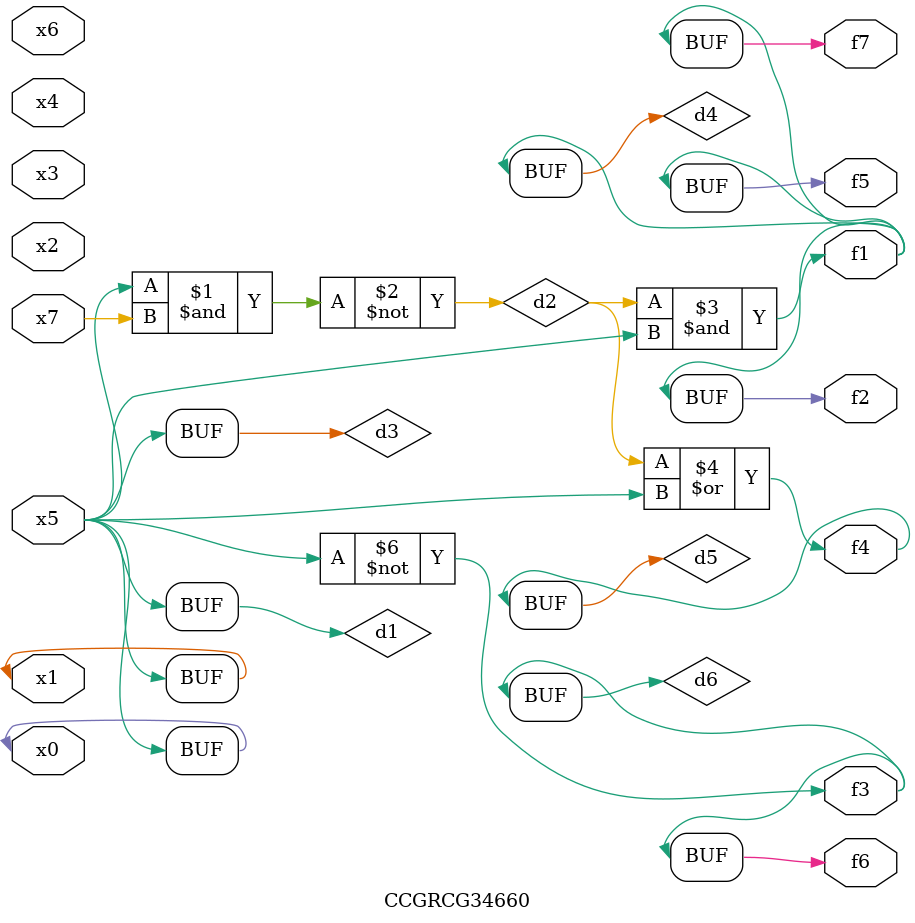
<source format=v>
module CCGRCG34660(
	input x0, x1, x2, x3, x4, x5, x6, x7,
	output f1, f2, f3, f4, f5, f6, f7
);

	wire d1, d2, d3, d4, d5, d6;

	buf (d1, x0, x5);
	nand (d2, x5, x7);
	buf (d3, x0, x1);
	and (d4, d2, d3);
	or (d5, d2, d3);
	nor (d6, d1, d3);
	assign f1 = d4;
	assign f2 = d4;
	assign f3 = d6;
	assign f4 = d5;
	assign f5 = d4;
	assign f6 = d6;
	assign f7 = d4;
endmodule

</source>
